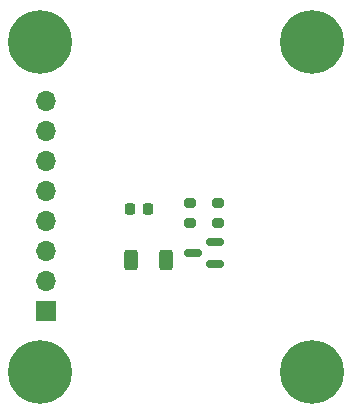
<source format=gbs>
%TF.GenerationSoftware,KiCad,Pcbnew,(6.0.1)*%
%TF.CreationDate,2022-02-20T00:37:46+08:00*%
%TF.ProjectId,PCB_TFT_RF096HQ13,5043425f-5446-4545-9f52-463039364851,V0.9*%
%TF.SameCoordinates,Original*%
%TF.FileFunction,Soldermask,Bot*%
%TF.FilePolarity,Negative*%
%FSLAX46Y46*%
G04 Gerber Fmt 4.6, Leading zero omitted, Abs format (unit mm)*
G04 Created by KiCad (PCBNEW (6.0.1)) date 2022-02-20 00:37:46*
%MOMM*%
%LPD*%
G01*
G04 APERTURE LIST*
G04 Aperture macros list*
%AMRoundRect*
0 Rectangle with rounded corners*
0 $1 Rounding radius*
0 $2 $3 $4 $5 $6 $7 $8 $9 X,Y pos of 4 corners*
0 Add a 4 corners polygon primitive as box body*
4,1,4,$2,$3,$4,$5,$6,$7,$8,$9,$2,$3,0*
0 Add four circle primitives for the rounded corners*
1,1,$1+$1,$2,$3*
1,1,$1+$1,$4,$5*
1,1,$1+$1,$6,$7*
1,1,$1+$1,$8,$9*
0 Add four rect primitives between the rounded corners*
20,1,$1+$1,$2,$3,$4,$5,0*
20,1,$1+$1,$4,$5,$6,$7,0*
20,1,$1+$1,$6,$7,$8,$9,0*
20,1,$1+$1,$8,$9,$2,$3,0*%
G04 Aperture macros list end*
%ADD10C,0.800000*%
%ADD11C,5.400000*%
%ADD12RoundRect,0.225000X0.225000X0.250000X-0.225000X0.250000X-0.225000X-0.250000X0.225000X-0.250000X0*%
%ADD13RoundRect,0.200000X-0.275000X0.200000X-0.275000X-0.200000X0.275000X-0.200000X0.275000X0.200000X0*%
%ADD14R,1.700000X1.700000*%
%ADD15O,1.700000X1.700000*%
%ADD16RoundRect,0.150000X0.587500X0.150000X-0.587500X0.150000X-0.587500X-0.150000X0.587500X-0.150000X0*%
%ADD17RoundRect,0.250000X-0.312500X-0.625000X0.312500X-0.625000X0.312500X0.625000X-0.312500X0.625000X0*%
G04 APERTURE END LIST*
D10*
%TO.C,REF\u002A\u002A*%
X102619000Y-76602000D03*
X104050891Y-76008891D03*
X104050891Y-73145109D03*
X101187109Y-76008891D03*
D11*
X102619000Y-74577000D03*
D10*
X100594000Y-74577000D03*
X104644000Y-74577000D03*
X102619000Y-72552000D03*
X101187109Y-73145109D03*
%TD*%
%TO.C,REF\u002A\u002A*%
X125619000Y-48602000D03*
X127050891Y-48008891D03*
X127050891Y-45145109D03*
X124187109Y-48008891D03*
D11*
X125619000Y-46577000D03*
D10*
X123594000Y-46577000D03*
X127644000Y-46577000D03*
X125619000Y-44552000D03*
X124187109Y-45145109D03*
%TD*%
%TO.C,REF\u002A\u002A*%
X125619000Y-76602200D03*
X127050891Y-76009091D03*
X127050891Y-73145309D03*
X124187109Y-76009091D03*
D11*
X125619000Y-74577200D03*
D10*
X123594000Y-74577200D03*
X127644000Y-74577200D03*
X125619000Y-72552200D03*
X124187109Y-73145309D03*
%TD*%
%TO.C,REF\u002A\u002A*%
X102619000Y-48602000D03*
X104050891Y-48008891D03*
X104050891Y-45145109D03*
X101187109Y-48008891D03*
D11*
X102619000Y-46577000D03*
D10*
X100594000Y-46577000D03*
X104644000Y-46577000D03*
X102619000Y-44552000D03*
X101187109Y-45145109D03*
%TD*%
D12*
%TO.C,C1*%
X111732000Y-60782200D03*
X110182000Y-60782200D03*
%TD*%
D13*
%TO.C,R2*%
X115262000Y-60275200D03*
X115262000Y-61925200D03*
%TD*%
D14*
%TO.C,J1*%
X103119000Y-69357000D03*
D15*
X103119000Y-66817000D03*
X103119000Y-64277000D03*
X103119000Y-61737000D03*
X103119000Y-59197000D03*
X103119000Y-56657000D03*
X103119000Y-54117000D03*
X103119000Y-51577000D03*
%TD*%
D16*
%TO.C,Q1*%
X117408500Y-63548200D03*
X117408500Y-65448200D03*
X115533500Y-64498200D03*
%TD*%
D17*
%TO.C,R1*%
X110309000Y-65100200D03*
X113234000Y-65100200D03*
%TD*%
D13*
%TO.C,R3*%
X117675000Y-60274200D03*
X117675000Y-61924200D03*
%TD*%
M02*

</source>
